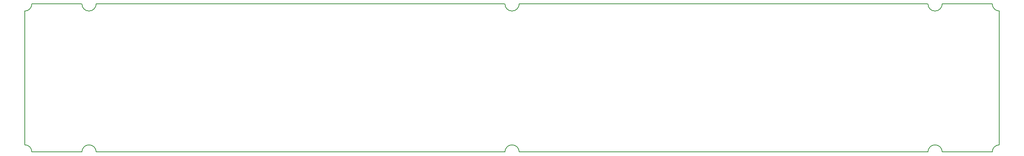
<source format=gbr>
G04 #@! TF.FileFunction,Profile,NP*
%FSLAX46Y46*%
G04 Gerber Fmt 4.6, Leading zero omitted, Abs format (unit mm)*
G04 Created by KiCad (PCBNEW 4.0.4-1.fc25-product) date Wed Feb 22 19:13:30 2017*
%MOMM*%
%LPD*%
G01*
G04 APERTURE LIST*
%ADD10C,0.100000*%
%ADD11C,0.150000*%
G04 APERTURE END LIST*
D10*
D11*
X179070000Y-50800000D02*
X179705000Y-50800000D01*
X179070000Y-83820000D02*
X179705000Y-83820000D01*
X391160000Y-83820000D02*
X389255000Y-83820000D01*
X389255000Y-50800000D02*
X389890000Y-50800000D01*
X391160000Y-50800000D02*
X389572500Y-50800000D01*
X177800000Y-83820000D02*
X179387500Y-83820000D01*
X177800000Y-50800000D02*
X179387500Y-50800000D01*
X389509000Y-50800000D02*
X380111000Y-50800000D01*
X392747500Y-82169000D02*
X392747500Y-52451000D01*
X380111000Y-83820000D02*
X389509000Y-83820000D01*
X392747500Y-82232500D02*
G75*
G03X391160000Y-83820000I0J-1587500D01*
G01*
X391160000Y-50800000D02*
G75*
G03X392747500Y-52387500I1587500J0D01*
G01*
X179451000Y-83820000D02*
X188849000Y-83820000D01*
X179451000Y-50800000D02*
X188849000Y-50800000D01*
X176212500Y-52451000D02*
X176212500Y-57150000D01*
X176212500Y-82169000D02*
X176212500Y-78105000D01*
X177800000Y-83820000D02*
G75*
G03X176212500Y-82232500I-1587500J0D01*
G01*
X176212500Y-52387500D02*
G75*
G03X177800000Y-50800000I0J1587500D01*
G01*
X286131000Y-50800000D02*
X376809000Y-50800000D01*
X192151000Y-50800000D02*
X282829000Y-50800000D01*
X282829000Y-83820000D02*
X192151000Y-83820000D01*
X286131000Y-83820000D02*
X376809000Y-83820000D01*
X282892500Y-50800000D02*
G75*
G03X284480000Y-52387500I1587500J0D01*
G01*
X376872500Y-50800000D02*
G75*
G03X378460000Y-52387500I1587500J0D01*
G01*
X378460000Y-52387500D02*
G75*
G03X380047500Y-50800000I0J1587500D01*
G01*
X378460000Y-82232500D02*
G75*
G03X376872500Y-83820000I0J-1587500D01*
G01*
X380047500Y-83820000D02*
G75*
G03X378460000Y-82232500I-1587500J0D01*
G01*
X192087500Y-83820000D02*
G75*
G03X190500000Y-82232500I-1587500J0D01*
G01*
X190500000Y-82232500D02*
G75*
G03X188912500Y-83820000I0J-1587500D01*
G01*
X190500000Y-52387500D02*
G75*
G03X192087500Y-50800000I0J1587500D01*
G01*
X188912500Y-50800000D02*
G75*
G03X190500000Y-52387500I1587500J0D01*
G01*
X176212500Y-62230000D02*
X176212500Y-57150000D01*
X176212500Y-72390000D02*
X176212500Y-78105000D01*
X284480000Y-82232500D02*
G75*
G03X282892500Y-83820000I0J-1587500D01*
G01*
X286067500Y-83820000D02*
G75*
G03X284480000Y-82232500I-1587500J0D01*
G01*
X284480000Y-52387500D02*
G75*
G03X286067500Y-50800000I0J1587500D01*
G01*
X176212500Y-62230000D02*
X176212500Y-72390000D01*
M02*

</source>
